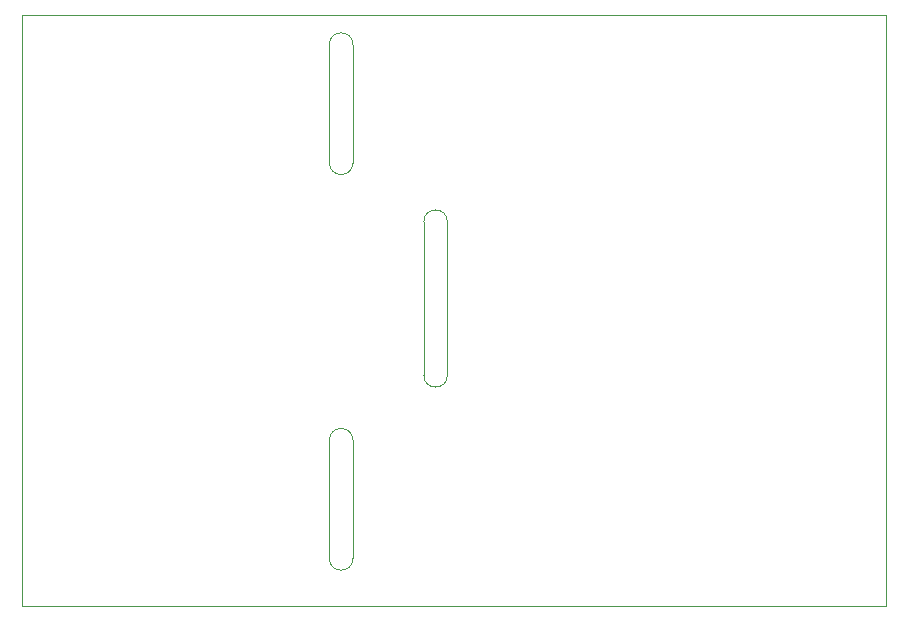
<source format=gm1>
G04 #@! TF.GenerationSoftware,KiCad,Pcbnew,8.0.9-8.0.9-0~ubuntu22.04.1*
G04 #@! TF.CreationDate,2025-04-03T00:10:20-07:00*
G04 #@! TF.ProjectId,HBD1E,48424431-452e-46b6-9963-61645f706362,rev?*
G04 #@! TF.SameCoordinates,Original*
G04 #@! TF.FileFunction,Profile,NP*
%FSLAX46Y46*%
G04 Gerber Fmt 4.6, Leading zero omitted, Abs format (unit mm)*
G04 Created by KiCad (PCBNEW 8.0.9-8.0.9-0~ubuntu22.04.1) date 2025-04-03 00:10:20*
%MOMM*%
%LPD*%
G01*
G04 APERTURE LIST*
G04 #@! TA.AperFunction,Profile*
%ADD10C,0.100000*%
G04 #@! TD*
G04 APERTURE END LIST*
D10*
X64500000Y-76500000D02*
X64500000Y-86500000D01*
X74500000Y-71000000D02*
G75*
G02*
X72500000Y-71000000I-1000000J0D01*
G01*
X64500000Y-43000000D02*
X64500000Y-53000000D01*
X74500000Y-71000000D02*
X74500000Y-58000000D01*
X72500000Y-58000000D02*
G75*
G02*
X74500000Y-58000000I1000000J0D01*
G01*
X66500000Y-86500000D02*
G75*
G02*
X64500000Y-86500000I-1000000J0D01*
G01*
X66500000Y-53000000D02*
X66500000Y-43000000D01*
X72500000Y-58000000D02*
X72500000Y-71000000D01*
X38500000Y-40500000D02*
X111600000Y-40500000D01*
X111600000Y-90500000D01*
X38500000Y-90500000D01*
X38500000Y-40500000D01*
X66500000Y-53000000D02*
G75*
G02*
X64500000Y-53000000I-1000000J0D01*
G01*
X64500000Y-43000000D02*
G75*
G02*
X66500000Y-43000000I1000000J0D01*
G01*
X64500000Y-76500000D02*
G75*
G02*
X66500000Y-76500000I1000000J0D01*
G01*
X66500000Y-86500000D02*
X66500000Y-76500000D01*
M02*

</source>
